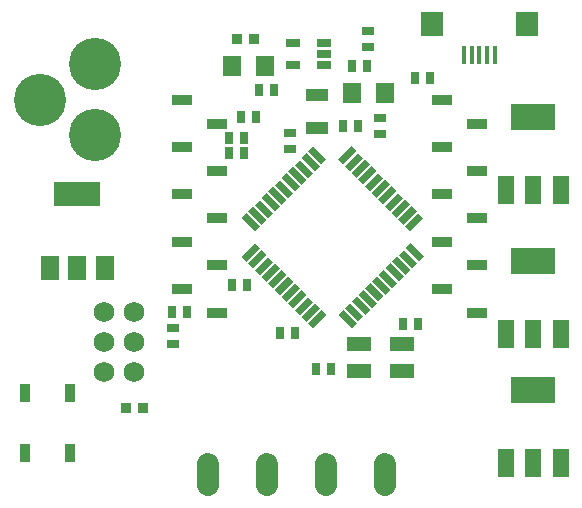
<source format=gts>
G75*
G70*
%OFA0B0*%
%FSLAX24Y24*%
%IPPOS*%
%LPD*%
%AMOC8*
5,1,8,0,0,1.08239X$1,22.5*
%
%ADD10R,0.0316X0.0394*%
%ADD11R,0.0591X0.0670*%
%ADD12R,0.0394X0.0316*%
%ADD13R,0.0355X0.0355*%
%ADD14R,0.0631X0.0237*%
%ADD15R,0.0237X0.0631*%
%ADD16R,0.0788X0.0473*%
%ADD17R,0.0749X0.0434*%
%ADD18R,0.0512X0.0257*%
%ADD19R,0.0178X0.0591*%
%ADD20R,0.0749X0.0788*%
%ADD21R,0.0709X0.0375*%
%ADD22C,0.0680*%
%ADD23R,0.0520X0.0920*%
%ADD24R,0.1457X0.0906*%
%ADD25C,0.0745*%
%ADD26C,0.1740*%
%ADD27R,0.0631X0.0827*%
%ADD28R,0.1536X0.0827*%
%ADD29R,0.0340X0.0640*%
D10*
X005924Y007180D03*
X006436Y007180D03*
X007924Y008080D03*
X008436Y008080D03*
X009524Y006480D03*
X010036Y006480D03*
X010724Y005280D03*
X011236Y005280D03*
X013624Y006780D03*
X014136Y006780D03*
X008336Y012480D03*
X007824Y012480D03*
X007824Y012980D03*
X008336Y012980D03*
X008224Y013680D03*
X008736Y013680D03*
X008824Y014580D03*
X009336Y014580D03*
X011624Y013380D03*
X012136Y013380D03*
X014024Y014980D03*
X014536Y014980D03*
X012436Y015380D03*
X011924Y015380D03*
D11*
X011929Y014480D03*
X013031Y014480D03*
X009031Y015380D03*
X007929Y015380D03*
D12*
X009880Y013136D03*
X009880Y012624D03*
X012880Y013124D03*
X012880Y013636D03*
X012480Y016024D03*
X012480Y016536D03*
X005980Y006636D03*
X005980Y006124D03*
D13*
X004975Y003980D03*
X004385Y003980D03*
X008085Y016280D03*
X008675Y016280D03*
D14*
G36*
X010913Y012102D02*
X010468Y012545D01*
X010635Y012712D01*
X011080Y012269D01*
X010913Y012102D01*
G37*
G36*
X010691Y011879D02*
X010246Y012322D01*
X010413Y012489D01*
X010858Y012046D01*
X010691Y011879D01*
G37*
G36*
X010468Y011656D02*
X010023Y012099D01*
X010190Y012266D01*
X010635Y011823D01*
X010468Y011656D01*
G37*
G36*
X010246Y011433D02*
X009801Y011876D01*
X009968Y012043D01*
X010413Y011600D01*
X010246Y011433D01*
G37*
G36*
X010024Y011210D02*
X009579Y011653D01*
X009746Y011820D01*
X010191Y011377D01*
X010024Y011210D01*
G37*
G36*
X009802Y010987D02*
X009357Y011430D01*
X009524Y011597D01*
X009969Y011154D01*
X009802Y010987D01*
G37*
G36*
X009579Y010764D02*
X009134Y011207D01*
X009301Y011374D01*
X009746Y010931D01*
X009579Y010764D01*
G37*
G36*
X009357Y010541D02*
X008912Y010984D01*
X009079Y011151D01*
X009524Y010708D01*
X009357Y010541D01*
G37*
G36*
X009135Y010318D02*
X008690Y010761D01*
X008857Y010928D01*
X009302Y010485D01*
X009135Y010318D01*
G37*
G36*
X008912Y010094D02*
X008467Y010537D01*
X008634Y010704D01*
X009079Y010261D01*
X008912Y010094D01*
G37*
G36*
X008690Y009871D02*
X008245Y010314D01*
X008412Y010481D01*
X008857Y010038D01*
X008690Y009871D01*
G37*
G36*
X011925Y006648D02*
X011480Y007091D01*
X011647Y007258D01*
X012092Y006815D01*
X011925Y006648D01*
G37*
G36*
X012147Y006871D02*
X011702Y007314D01*
X011869Y007481D01*
X012314Y007038D01*
X012147Y006871D01*
G37*
G36*
X012370Y007094D02*
X011925Y007537D01*
X012092Y007704D01*
X012537Y007261D01*
X012370Y007094D01*
G37*
G36*
X012592Y007317D02*
X012147Y007760D01*
X012314Y007927D01*
X012759Y007484D01*
X012592Y007317D01*
G37*
G36*
X012814Y007540D02*
X012369Y007983D01*
X012536Y008150D01*
X012981Y007707D01*
X012814Y007540D01*
G37*
G36*
X013036Y007763D02*
X012591Y008206D01*
X012758Y008373D01*
X013203Y007930D01*
X013036Y007763D01*
G37*
G36*
X013259Y007986D02*
X012814Y008429D01*
X012981Y008596D01*
X013426Y008153D01*
X013259Y007986D01*
G37*
G36*
X013481Y008209D02*
X013036Y008652D01*
X013203Y008819D01*
X013648Y008376D01*
X013481Y008209D01*
G37*
G36*
X013703Y008432D02*
X013258Y008875D01*
X013425Y009042D01*
X013870Y008599D01*
X013703Y008432D01*
G37*
G36*
X013926Y008656D02*
X013481Y009099D01*
X013648Y009266D01*
X014093Y008823D01*
X013926Y008656D01*
G37*
G36*
X014148Y008879D02*
X013703Y009322D01*
X013870Y009489D01*
X014315Y009046D01*
X014148Y008879D01*
G37*
D15*
G36*
X013869Y009880D02*
X013702Y010047D01*
X014145Y010492D01*
X014312Y010325D01*
X013869Y009880D01*
G37*
G36*
X013646Y010102D02*
X013479Y010269D01*
X013922Y010714D01*
X014089Y010547D01*
X013646Y010102D01*
G37*
G36*
X013423Y010325D02*
X013256Y010492D01*
X013699Y010937D01*
X013866Y010770D01*
X013423Y010325D01*
G37*
G36*
X013200Y010547D02*
X013033Y010714D01*
X013476Y011159D01*
X013643Y010992D01*
X013200Y010547D01*
G37*
G36*
X012977Y010769D02*
X012810Y010936D01*
X013253Y011381D01*
X013420Y011214D01*
X012977Y010769D01*
G37*
G36*
X012754Y010991D02*
X012587Y011158D01*
X013030Y011603D01*
X013197Y011436D01*
X012754Y010991D01*
G37*
G36*
X012531Y011214D02*
X012364Y011381D01*
X012807Y011826D01*
X012974Y011659D01*
X012531Y011214D01*
G37*
G36*
X012308Y011436D02*
X012141Y011603D01*
X012584Y012048D01*
X012751Y011881D01*
X012308Y011436D01*
G37*
G36*
X012085Y011658D02*
X011918Y011825D01*
X012361Y012270D01*
X012528Y012103D01*
X012085Y011658D01*
G37*
G36*
X011861Y011881D02*
X011694Y012048D01*
X012137Y012493D01*
X012304Y012326D01*
X011861Y011881D01*
G37*
G36*
X011638Y012103D02*
X011471Y012270D01*
X011914Y012715D01*
X012081Y012548D01*
X011638Y012103D01*
G37*
G36*
X008415Y008868D02*
X008248Y009035D01*
X008691Y009480D01*
X008858Y009313D01*
X008415Y008868D01*
G37*
G36*
X008638Y008646D02*
X008471Y008813D01*
X008914Y009258D01*
X009081Y009091D01*
X008638Y008646D01*
G37*
G36*
X008861Y008423D02*
X008694Y008590D01*
X009137Y009035D01*
X009304Y008868D01*
X008861Y008423D01*
G37*
G36*
X009084Y008201D02*
X008917Y008368D01*
X009360Y008813D01*
X009527Y008646D01*
X009084Y008201D01*
G37*
G36*
X009307Y007979D02*
X009140Y008146D01*
X009583Y008591D01*
X009750Y008424D01*
X009307Y007979D01*
G37*
G36*
X009530Y007757D02*
X009363Y007924D01*
X009806Y008369D01*
X009973Y008202D01*
X009530Y007757D01*
G37*
G36*
X009753Y007534D02*
X009586Y007701D01*
X010029Y008146D01*
X010196Y007979D01*
X009753Y007534D01*
G37*
G36*
X009976Y007312D02*
X009809Y007479D01*
X010252Y007924D01*
X010419Y007757D01*
X009976Y007312D01*
G37*
G36*
X010199Y007090D02*
X010032Y007257D01*
X010475Y007702D01*
X010642Y007535D01*
X010199Y007090D01*
G37*
G36*
X010423Y006867D02*
X010256Y007034D01*
X010699Y007479D01*
X010866Y007312D01*
X010423Y006867D01*
G37*
G36*
X010646Y006645D02*
X010479Y006812D01*
X010922Y007257D01*
X011089Y007090D01*
X010646Y006645D01*
G37*
D16*
X012152Y006133D03*
X012152Y005227D03*
X013608Y005227D03*
X013608Y006133D03*
D17*
X010780Y013329D03*
X010780Y014431D03*
D18*
X010992Y015406D03*
X010992Y015780D03*
X010992Y016154D03*
X009968Y016154D03*
X009968Y015406D03*
D19*
X015668Y015737D03*
X015924Y015737D03*
X016180Y015737D03*
X016436Y015737D03*
X016692Y015737D03*
D20*
X017755Y016780D03*
X014605Y016780D03*
D21*
X014920Y014254D03*
X016101Y013467D03*
X014920Y012679D03*
X016101Y011892D03*
X014920Y011104D03*
X016101Y010317D03*
X014920Y009530D03*
X016101Y008742D03*
X014920Y007955D03*
X016101Y007167D03*
X007440Y007167D03*
X006259Y007955D03*
X007440Y008742D03*
X006259Y009530D03*
X007440Y010317D03*
X006259Y011104D03*
X007440Y011892D03*
X006259Y012679D03*
X007440Y013467D03*
X006259Y014254D03*
D22*
X004680Y007180D03*
X004680Y006180D03*
X004680Y005180D03*
X003680Y005180D03*
X003680Y006180D03*
X003680Y007180D03*
D23*
X017070Y006460D03*
X017980Y006460D03*
X018890Y006460D03*
X018890Y002160D03*
X017980Y002160D03*
X017070Y002160D03*
X017070Y011260D03*
X017980Y011260D03*
X018890Y011260D03*
D24*
X017980Y008900D03*
X017980Y004600D03*
X017980Y013700D03*
D25*
X013033Y002133D02*
X013033Y001428D01*
X011064Y001428D02*
X011064Y002133D01*
X009096Y002133D02*
X009096Y001428D01*
X007127Y001428D02*
X007127Y002133D01*
D26*
X003380Y013086D03*
X001530Y014267D03*
X003380Y015449D03*
D27*
X003686Y008640D03*
X002780Y008640D03*
X001874Y008640D03*
D28*
X002780Y011120D03*
D29*
X001030Y002480D03*
X002530Y002480D03*
X002530Y004480D03*
X001030Y004480D03*
M02*

</source>
